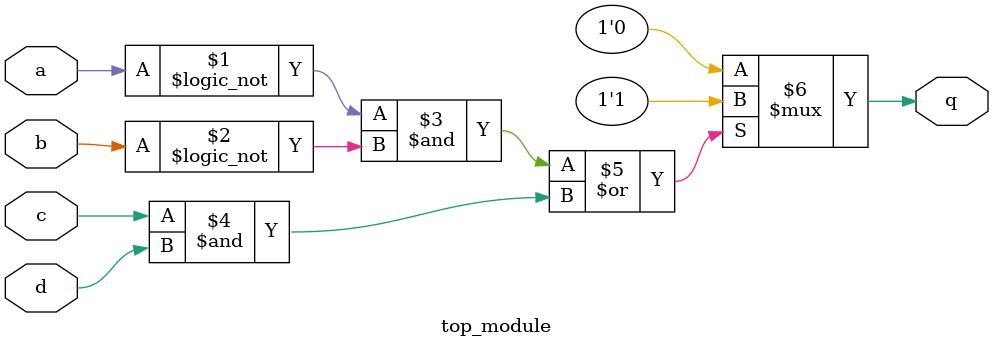
<source format=sv>
module top_module (
  input a,
  input b,
  input c,
  input d,
  output q
);

  assign q = ((!a & !b) | (c & d)) ? 1'b1 : 1'b0;
  
endmodule

</source>
